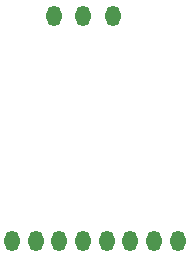
<source format=gbp>
G04 #@! TF.GenerationSoftware,KiCad,Pcbnew,(6.0.8-1)-1*
G04 #@! TF.CreationDate,2022-12-08T10:34:48+01:00*
G04 #@! TF.ProjectId,ithowifi_4l,6974686f-7769-4666-995f-346c2e6b6963,rev?*
G04 #@! TF.SameCoordinates,Original*
G04 #@! TF.FileFunction,Paste,Bot*
G04 #@! TF.FilePolarity,Positive*
%FSLAX46Y46*%
G04 Gerber Fmt 4.6, Leading zero omitted, Abs format (unit mm)*
G04 Created by KiCad (PCBNEW (6.0.8-1)-1) date 2022-12-08 10:34:48*
%MOMM*%
%LPD*%
G01*
G04 APERTURE LIST*
%ADD10O,1.300000X1.750000*%
G04 APERTURE END LIST*
D10*
X101570000Y-136347358D03*
X99570000Y-136347358D03*
X97570000Y-136347358D03*
X95570000Y-136347358D03*
X93570000Y-136347358D03*
X91570000Y-136347358D03*
X89570000Y-136347358D03*
X87570000Y-136347358D03*
X91070000Y-117347358D03*
X93570000Y-117347358D03*
X96070000Y-117347358D03*
M02*

</source>
